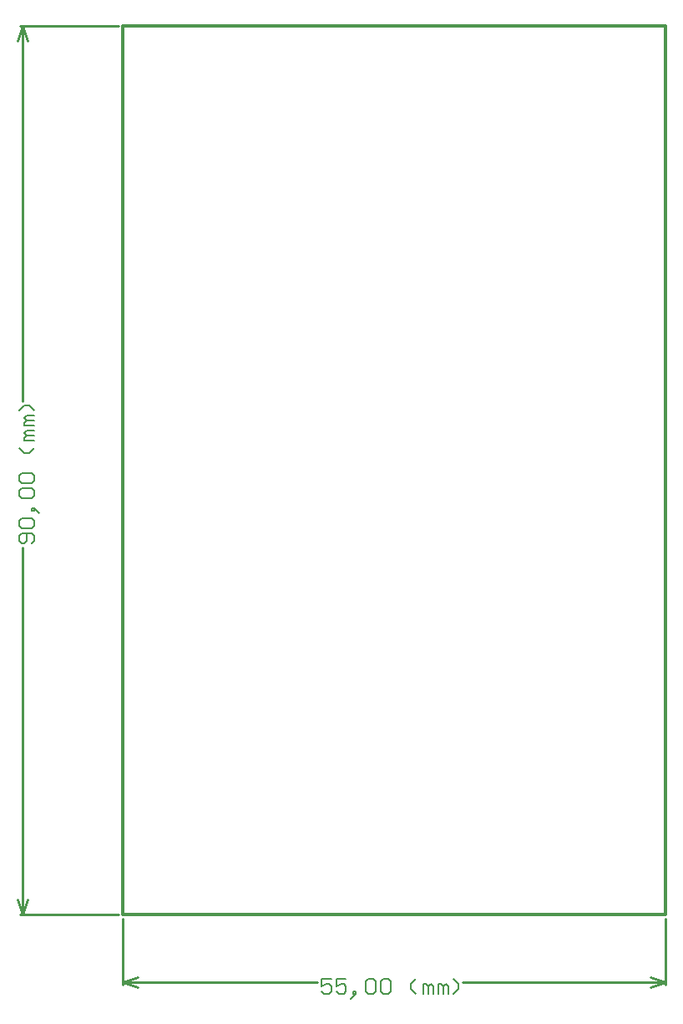
<source format=gm1>
G04 Layer_Color=16711935*
%FSLAX44Y44*%
%MOMM*%
G71*
G01*
G75*
%ADD40C,0.2540*%
%ADD66C,0.3000*%
%ADD67C,0.1524*%
D40*
X-104140Y900000D02*
X-4040D01*
X-104140Y0D02*
X-4040D01*
X-101600Y519827D02*
Y900000D01*
Y0D02*
Y372045D01*
X-106680Y884760D02*
X-101600Y900000D01*
X-96520Y884760D01*
X-101600Y0D02*
X-96520Y15240D01*
X-106680D02*
X-101600Y0D01*
X550000Y-71120D02*
Y-4040D01*
X0Y-71120D02*
Y-4040D01*
X344827Y-68580D02*
X550000D01*
X0D02*
X197045D01*
X534760Y-63500D02*
X550000Y-68580D01*
X534760Y-73660D02*
X550000Y-68580D01*
X0D02*
X15240Y-73660D01*
X0Y-68580D02*
X15240Y-63500D01*
D66*
X0Y0D02*
X550000D01*
Y900000D01*
X0D02*
X550000D01*
X0Y0D02*
Y900000D01*
D67*
X-92458Y376109D02*
X-89919Y378648D01*
Y383726D01*
X-92458Y386265D01*
X-102615D01*
X-105154Y383726D01*
Y378648D01*
X-102615Y376109D01*
X-100076D01*
X-97537Y378648D01*
Y386265D01*
X-102615Y391344D02*
X-105154Y393883D01*
Y398961D01*
X-102615Y401500D01*
X-92458D01*
X-89919Y398961D01*
Y393883D01*
X-92458Y391344D01*
X-102615D01*
X-87380Y409118D02*
X-89919Y411657D01*
X-92458D01*
Y409118D01*
X-89919D01*
Y411657D01*
X-87380Y409118D01*
X-84841Y406579D01*
X-102615Y421814D02*
X-105154Y424353D01*
Y429431D01*
X-102615Y431970D01*
X-92458D01*
X-89919Y429431D01*
Y424353D01*
X-92458Y421814D01*
X-102615D01*
Y437049D02*
X-105154Y439588D01*
Y444666D01*
X-102615Y447206D01*
X-92458D01*
X-89919Y444666D01*
Y439588D01*
X-92458Y437049D01*
X-102615D01*
X-89919Y472597D02*
X-94998Y467519D01*
X-100076D01*
X-105154Y472597D01*
X-89919Y480215D02*
X-100076D01*
Y482754D01*
X-97537Y485293D01*
X-89919D01*
X-97537D01*
X-100076Y487832D01*
X-97537Y490372D01*
X-89919D01*
Y495450D02*
X-100076D01*
Y497989D01*
X-97537Y500528D01*
X-89919D01*
X-97537D01*
X-100076Y503068D01*
X-97537Y505607D01*
X-89919D01*
Y510685D02*
X-94998Y515763D01*
X-100076D01*
X-105154Y510685D01*
X211265Y-65026D02*
X201109D01*
Y-72643D01*
X206187Y-70104D01*
X208726D01*
X211265Y-72643D01*
Y-77722D01*
X208726Y-80261D01*
X203648D01*
X201109Y-77722D01*
X226500Y-65026D02*
X216344D01*
Y-72643D01*
X221422Y-70104D01*
X223961D01*
X226500Y-72643D01*
Y-77722D01*
X223961Y-80261D01*
X218883D01*
X216344Y-77722D01*
X234118Y-82800D02*
X236657Y-80261D01*
Y-77722D01*
X234118D01*
Y-80261D01*
X236657D01*
X234118Y-82800D01*
X231579Y-85339D01*
X246814Y-67565D02*
X249353Y-65026D01*
X254431D01*
X256971Y-67565D01*
Y-77722D01*
X254431Y-80261D01*
X249353D01*
X246814Y-77722D01*
Y-67565D01*
X262049D02*
X264588Y-65026D01*
X269666D01*
X272206Y-67565D01*
Y-77722D01*
X269666Y-80261D01*
X264588D01*
X262049Y-77722D01*
Y-67565D01*
X297597Y-80261D02*
X292519Y-75182D01*
Y-70104D01*
X297597Y-65026D01*
X305215Y-80261D02*
Y-70104D01*
X307754D01*
X310293Y-72643D01*
Y-80261D01*
Y-72643D01*
X312832Y-70104D01*
X315372Y-72643D01*
Y-80261D01*
X320450D02*
Y-70104D01*
X322989D01*
X325528Y-72643D01*
Y-80261D01*
Y-72643D01*
X328068Y-70104D01*
X330607Y-72643D01*
Y-80261D01*
X335685D02*
X340763Y-75182D01*
Y-70104D01*
X335685Y-65026D01*
M02*

</source>
